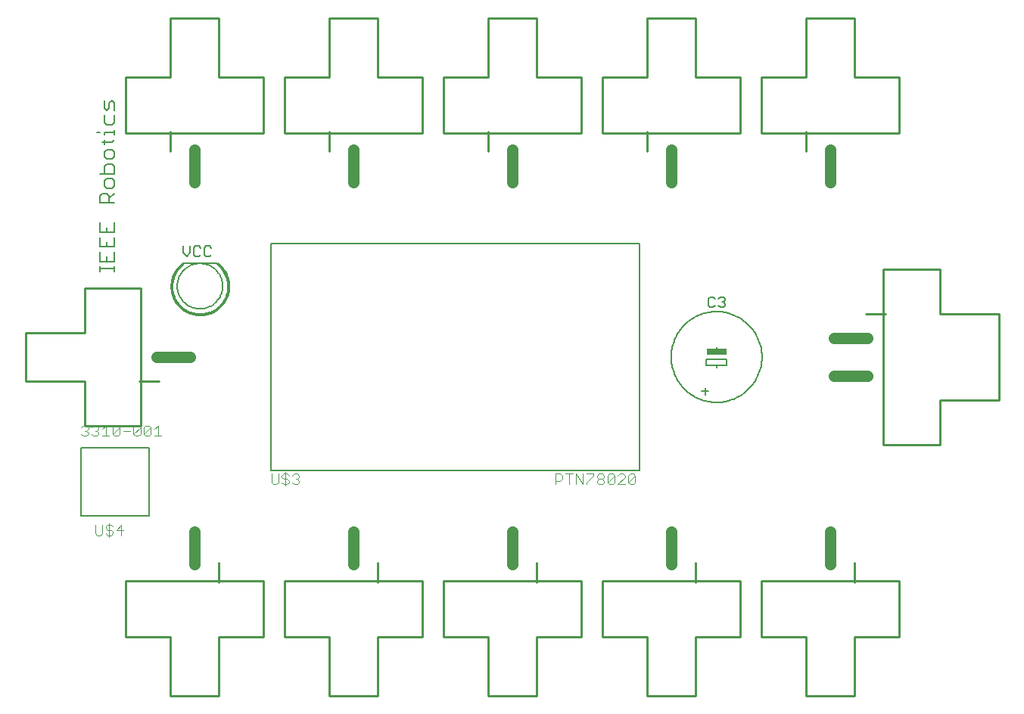
<source format=gto>
G75*
%MOIN*%
%OFA0B0*%
%FSLAX24Y24*%
%IPPOS*%
%LPD*%
%AMOC8*
5,1,8,0,0,1.08239X$1,22.5*
%
%ADD10C,0.0060*%
%ADD11R,0.0900X0.0250*%
%ADD12C,0.0050*%
%ADD13C,0.0080*%
%ADD14C,0.0010*%
%ADD15C,0.0500*%
%ADD16C,0.0100*%
%ADD17C,0.0040*%
D10*
X006833Y018208D02*
X006835Y018271D01*
X006841Y018333D01*
X006851Y018395D01*
X006864Y018457D01*
X006882Y018517D01*
X006903Y018576D01*
X006928Y018634D01*
X006957Y018690D01*
X006989Y018744D01*
X007024Y018796D01*
X007062Y018845D01*
X007104Y018893D01*
X007148Y018937D01*
X007196Y018979D01*
X007245Y019017D01*
X007297Y019052D01*
X007351Y019084D01*
X007407Y019113D01*
X007465Y019138D01*
X007524Y019159D01*
X007584Y019177D01*
X007646Y019190D01*
X007708Y019200D01*
X007770Y019206D01*
X007833Y019208D01*
X007896Y019206D01*
X007958Y019200D01*
X008020Y019190D01*
X008082Y019177D01*
X008142Y019159D01*
X008201Y019138D01*
X008259Y019113D01*
X008315Y019084D01*
X008369Y019052D01*
X008421Y019017D01*
X008470Y018979D01*
X008518Y018937D01*
X008562Y018893D01*
X008604Y018845D01*
X008642Y018796D01*
X008677Y018744D01*
X008709Y018690D01*
X008738Y018634D01*
X008763Y018576D01*
X008784Y018517D01*
X008802Y018457D01*
X008815Y018395D01*
X008825Y018333D01*
X008831Y018271D01*
X008833Y018208D01*
X008831Y018145D01*
X008825Y018083D01*
X008815Y018021D01*
X008802Y017959D01*
X008784Y017899D01*
X008763Y017840D01*
X008738Y017782D01*
X008709Y017726D01*
X008677Y017672D01*
X008642Y017620D01*
X008604Y017571D01*
X008562Y017523D01*
X008518Y017479D01*
X008470Y017437D01*
X008421Y017399D01*
X008369Y017364D01*
X008315Y017332D01*
X008259Y017303D01*
X008201Y017278D01*
X008142Y017257D01*
X008082Y017239D01*
X008020Y017226D01*
X007958Y017216D01*
X007896Y017210D01*
X007833Y017208D01*
X007770Y017210D01*
X007708Y017216D01*
X007646Y017226D01*
X007584Y017239D01*
X007524Y017257D01*
X007465Y017278D01*
X007407Y017303D01*
X007351Y017332D01*
X007297Y017364D01*
X007245Y017399D01*
X007196Y017437D01*
X007148Y017479D01*
X007104Y017523D01*
X007062Y017571D01*
X007024Y017620D01*
X006989Y017672D01*
X006957Y017726D01*
X006928Y017782D01*
X006903Y017840D01*
X006882Y017899D01*
X006864Y017959D01*
X006851Y018021D01*
X006841Y018083D01*
X006835Y018145D01*
X006833Y018208D01*
X004053Y018863D02*
X004053Y019077D01*
X004053Y018970D02*
X003413Y018970D01*
X003413Y018863D02*
X003413Y019077D01*
X003413Y019293D02*
X004053Y019293D01*
X004053Y019720D01*
X004053Y019937D02*
X004053Y020364D01*
X004053Y020582D02*
X004053Y021009D01*
X003733Y020795D02*
X003733Y020582D01*
X003413Y020582D02*
X004053Y020582D01*
X003733Y020151D02*
X003733Y019937D01*
X003413Y019937D02*
X004053Y019937D01*
X003733Y019506D02*
X003733Y019293D01*
X003413Y019293D02*
X003413Y019720D01*
X003413Y019937D02*
X003413Y020364D01*
X003413Y020582D02*
X003413Y021009D01*
X003413Y021871D02*
X003413Y022191D01*
X003519Y022298D01*
X003733Y022298D01*
X003840Y022191D01*
X003840Y021871D01*
X004053Y021871D02*
X003413Y021871D01*
X003840Y022084D02*
X004053Y022298D01*
X003946Y022516D02*
X003733Y022516D01*
X003626Y022622D01*
X003626Y022836D01*
X003733Y022943D01*
X003946Y022943D01*
X004053Y022836D01*
X004053Y022622D01*
X003946Y022516D01*
X004053Y023160D02*
X003413Y023160D01*
X003626Y023160D02*
X003626Y023480D01*
X003733Y023587D01*
X003946Y023587D01*
X004053Y023480D01*
X004053Y023160D01*
X003946Y023805D02*
X003733Y023805D01*
X003626Y023911D01*
X003626Y024125D01*
X003733Y024232D01*
X003946Y024232D01*
X004053Y024125D01*
X004053Y023911D01*
X003946Y023805D01*
X003626Y024449D02*
X003626Y024663D01*
X003519Y024556D02*
X003946Y024556D01*
X004053Y024663D01*
X004053Y024879D02*
X004053Y025092D01*
X004053Y024986D02*
X003626Y024986D01*
X003626Y024879D01*
X003413Y024986D02*
X003306Y024986D01*
X003733Y025309D02*
X003946Y025309D01*
X004053Y025415D01*
X004053Y025736D01*
X004053Y025953D02*
X004053Y026273D01*
X003946Y026380D01*
X003840Y026273D01*
X003840Y026060D01*
X003733Y025953D01*
X003626Y026060D01*
X003626Y026380D01*
X003626Y025736D02*
X003626Y025415D01*
X003733Y025309D01*
X030133Y014983D02*
X030133Y014733D01*
X030583Y014733D01*
X031033Y014733D01*
X031033Y014983D01*
X030133Y014983D01*
X028583Y015083D02*
X028585Y015172D01*
X028591Y015261D01*
X028601Y015350D01*
X028615Y015438D01*
X028632Y015525D01*
X028654Y015611D01*
X028680Y015697D01*
X028709Y015781D01*
X028742Y015864D01*
X028778Y015945D01*
X028819Y016025D01*
X028862Y016102D01*
X028909Y016178D01*
X028960Y016251D01*
X029013Y016322D01*
X029070Y016391D01*
X029130Y016457D01*
X029193Y016521D01*
X029258Y016581D01*
X029326Y016639D01*
X029397Y016693D01*
X029470Y016744D01*
X029545Y016792D01*
X029622Y016837D01*
X029701Y016878D01*
X029782Y016915D01*
X029864Y016949D01*
X029948Y016980D01*
X030033Y017006D01*
X030119Y017029D01*
X030206Y017047D01*
X030294Y017062D01*
X030383Y017073D01*
X030472Y017080D01*
X030561Y017083D01*
X030650Y017082D01*
X030739Y017077D01*
X030827Y017068D01*
X030916Y017055D01*
X031003Y017038D01*
X031090Y017018D01*
X031176Y016993D01*
X031260Y016965D01*
X031343Y016933D01*
X031425Y016897D01*
X031505Y016858D01*
X031583Y016815D01*
X031659Y016769D01*
X031733Y016719D01*
X031805Y016666D01*
X031874Y016610D01*
X031941Y016551D01*
X032005Y016489D01*
X032066Y016425D01*
X032125Y016357D01*
X032180Y016287D01*
X032232Y016215D01*
X032281Y016140D01*
X032326Y016064D01*
X032368Y015985D01*
X032406Y015905D01*
X032441Y015823D01*
X032472Y015739D01*
X032500Y015654D01*
X032523Y015568D01*
X032543Y015481D01*
X032559Y015394D01*
X032571Y015305D01*
X032579Y015217D01*
X032583Y015128D01*
X032583Y015038D01*
X032579Y014949D01*
X032571Y014861D01*
X032559Y014772D01*
X032543Y014685D01*
X032523Y014598D01*
X032500Y014512D01*
X032472Y014427D01*
X032441Y014343D01*
X032406Y014261D01*
X032368Y014181D01*
X032326Y014102D01*
X032281Y014026D01*
X032232Y013951D01*
X032180Y013879D01*
X032125Y013809D01*
X032066Y013741D01*
X032005Y013677D01*
X031941Y013615D01*
X031874Y013556D01*
X031805Y013500D01*
X031733Y013447D01*
X031659Y013397D01*
X031583Y013351D01*
X031505Y013308D01*
X031425Y013269D01*
X031343Y013233D01*
X031260Y013201D01*
X031176Y013173D01*
X031090Y013148D01*
X031003Y013128D01*
X030916Y013111D01*
X030827Y013098D01*
X030739Y013089D01*
X030650Y013084D01*
X030561Y013083D01*
X030472Y013086D01*
X030383Y013093D01*
X030294Y013104D01*
X030206Y013119D01*
X030119Y013137D01*
X030033Y013160D01*
X029948Y013186D01*
X029864Y013217D01*
X029782Y013251D01*
X029701Y013288D01*
X029622Y013329D01*
X029545Y013374D01*
X029470Y013422D01*
X029397Y013473D01*
X029326Y013527D01*
X029258Y013585D01*
X029193Y013645D01*
X029130Y013709D01*
X029070Y013775D01*
X029013Y013844D01*
X028960Y013915D01*
X028909Y013988D01*
X028862Y014064D01*
X028819Y014141D01*
X028778Y014221D01*
X028742Y014302D01*
X028709Y014385D01*
X028680Y014469D01*
X028654Y014555D01*
X028632Y014641D01*
X028615Y014728D01*
X028601Y014816D01*
X028591Y014905D01*
X028585Y014994D01*
X028583Y015083D01*
X030583Y015333D02*
X030583Y015533D01*
X030583Y014733D02*
X030583Y014633D01*
X030083Y013733D02*
X030083Y013433D01*
X029933Y013583D02*
X030233Y013583D01*
D11*
X030583Y015308D03*
D12*
X030437Y017278D02*
X030513Y017353D01*
X030437Y017278D02*
X030287Y017278D01*
X030212Y017353D01*
X030212Y017653D01*
X030287Y017728D01*
X030437Y017728D01*
X030513Y017653D01*
X030673Y017653D02*
X030748Y017728D01*
X030898Y017728D01*
X030973Y017653D01*
X030973Y017578D01*
X030898Y017503D01*
X030973Y017428D01*
X030973Y017353D01*
X030898Y017278D01*
X030748Y017278D01*
X030673Y017353D01*
X030823Y017503D02*
X030898Y017503D01*
X027208Y020083D02*
X010958Y020083D01*
X010958Y010083D01*
X027208Y010083D01*
X027208Y020083D01*
X008323Y019898D02*
X008248Y019973D01*
X008098Y019973D01*
X008023Y019898D01*
X008023Y019598D01*
X008098Y019523D01*
X008248Y019523D01*
X008323Y019598D01*
X007863Y019598D02*
X007787Y019523D01*
X007637Y019523D01*
X007562Y019598D01*
X007562Y019898D01*
X007637Y019973D01*
X007787Y019973D01*
X007863Y019898D01*
X007402Y019973D02*
X007402Y019673D01*
X007252Y019523D01*
X007102Y019673D01*
X007102Y019973D01*
X005583Y011083D02*
X002583Y011083D01*
X002583Y008083D01*
X005583Y008083D01*
X005583Y011083D01*
D13*
X007083Y019208D02*
X008583Y019208D01*
D14*
X007053Y019240D02*
X007107Y019168D01*
X007106Y019169D02*
X007053Y019126D01*
X007002Y019081D01*
X006954Y019032D01*
X006909Y018981D01*
X006866Y018927D01*
X006827Y018871D01*
X006791Y018813D01*
X006758Y018753D01*
X006729Y018692D01*
X006704Y018628D01*
X006682Y018564D01*
X006663Y018498D01*
X006649Y018431D01*
X006638Y018364D01*
X006631Y018296D01*
X006628Y018228D01*
X006629Y018159D01*
X006634Y018091D01*
X006642Y018023D01*
X006655Y017956D01*
X006671Y017890D01*
X006691Y017825D01*
X006714Y017760D01*
X006741Y017698D01*
X006772Y017637D01*
X006806Y017578D01*
X006843Y017520D01*
X006884Y017465D01*
X006928Y017413D01*
X006974Y017363D01*
X007023Y017316D01*
X007075Y017271D01*
X007129Y017230D01*
X007186Y017191D01*
X007245Y017156D01*
X007305Y017125D01*
X007367Y017097D01*
X007431Y017072D01*
X007496Y017051D01*
X007562Y017034D01*
X007629Y017020D01*
X007697Y017011D01*
X007765Y017005D01*
X007833Y017003D01*
X007901Y017005D01*
X007969Y017011D01*
X008037Y017020D01*
X008104Y017034D01*
X008170Y017051D01*
X008235Y017072D01*
X008299Y017097D01*
X008361Y017125D01*
X008421Y017156D01*
X008480Y017191D01*
X008537Y017230D01*
X008591Y017271D01*
X008643Y017316D01*
X008692Y017363D01*
X008738Y017413D01*
X008782Y017465D01*
X008823Y017520D01*
X008860Y017578D01*
X008894Y017637D01*
X008925Y017698D01*
X008952Y017760D01*
X008975Y017825D01*
X008995Y017890D01*
X009011Y017956D01*
X009024Y018023D01*
X009032Y018091D01*
X009037Y018159D01*
X009038Y018228D01*
X009035Y018296D01*
X009028Y018364D01*
X009017Y018431D01*
X009003Y018498D01*
X008984Y018564D01*
X008962Y018628D01*
X008937Y018692D01*
X008908Y018753D01*
X008875Y018813D01*
X008839Y018871D01*
X008800Y018927D01*
X008757Y018981D01*
X008712Y019032D01*
X008664Y019081D01*
X008613Y019126D01*
X008560Y019169D01*
X008613Y019240D01*
X008614Y019241D01*
X008669Y019197D01*
X008722Y019149D01*
X008773Y019099D01*
X008820Y019046D01*
X008864Y018991D01*
X008906Y018933D01*
X008944Y018873D01*
X008979Y018812D01*
X009010Y018748D01*
X009038Y018683D01*
X009062Y018616D01*
X009083Y018548D01*
X009099Y018479D01*
X009112Y018409D01*
X009121Y018339D01*
X009127Y018268D01*
X009128Y018197D01*
X009125Y018126D01*
X009119Y018055D01*
X009109Y017985D01*
X009095Y017916D01*
X009077Y017847D01*
X009055Y017779D01*
X009030Y017713D01*
X009001Y017648D01*
X008968Y017585D01*
X008932Y017524D01*
X008893Y017465D01*
X008851Y017408D01*
X008806Y017353D01*
X008757Y017301D01*
X008706Y017252D01*
X008653Y017205D01*
X008596Y017162D01*
X008538Y017122D01*
X008477Y017085D01*
X008415Y017051D01*
X008351Y017021D01*
X008285Y016994D01*
X008218Y016971D01*
X008149Y016952D01*
X008080Y016937D01*
X008010Y016925D01*
X007939Y016917D01*
X007868Y016913D01*
X007798Y016913D01*
X007727Y016917D01*
X007656Y016925D01*
X007586Y016937D01*
X007517Y016952D01*
X007448Y016971D01*
X007381Y016994D01*
X007315Y017021D01*
X007251Y017051D01*
X007189Y017085D01*
X007128Y017122D01*
X007070Y017162D01*
X007013Y017205D01*
X006960Y017252D01*
X006909Y017301D01*
X006860Y017353D01*
X006815Y017408D01*
X006773Y017465D01*
X006734Y017524D01*
X006698Y017585D01*
X006665Y017648D01*
X006636Y017713D01*
X006611Y017779D01*
X006589Y017847D01*
X006571Y017916D01*
X006557Y017985D01*
X006547Y018055D01*
X006541Y018126D01*
X006538Y018197D01*
X006539Y018268D01*
X006545Y018339D01*
X006554Y018409D01*
X006567Y018479D01*
X006583Y018548D01*
X006604Y018616D01*
X006628Y018683D01*
X006656Y018748D01*
X006687Y018812D01*
X006722Y018873D01*
X006760Y018933D01*
X006802Y018991D01*
X006846Y019046D01*
X006893Y019099D01*
X006944Y019149D01*
X006997Y019197D01*
X007052Y019241D01*
X007057Y019234D01*
X007002Y019189D01*
X006949Y019142D01*
X006898Y019091D01*
X006851Y019038D01*
X006806Y018982D01*
X006765Y018924D01*
X006727Y018864D01*
X006692Y018802D01*
X006661Y018738D01*
X006634Y018672D01*
X006610Y018605D01*
X006590Y018536D01*
X006573Y018467D01*
X006561Y018397D01*
X006552Y018326D01*
X006548Y018255D01*
X006547Y018184D01*
X006551Y018113D01*
X006558Y018042D01*
X006569Y017971D01*
X006584Y017902D01*
X006603Y017833D01*
X006626Y017765D01*
X006652Y017699D01*
X006682Y017634D01*
X006716Y017572D01*
X006752Y017511D01*
X006793Y017452D01*
X006836Y017395D01*
X006883Y017341D01*
X006932Y017290D01*
X006985Y017242D01*
X007039Y017196D01*
X007097Y017154D01*
X007156Y017115D01*
X007218Y017079D01*
X007281Y017046D01*
X007346Y017018D01*
X007413Y016992D01*
X007481Y016971D01*
X007550Y016953D01*
X007620Y016940D01*
X007691Y016930D01*
X007762Y016924D01*
X007833Y016922D01*
X007904Y016924D01*
X007975Y016930D01*
X008046Y016940D01*
X008116Y016953D01*
X008185Y016971D01*
X008253Y016992D01*
X008320Y017018D01*
X008385Y017046D01*
X008448Y017079D01*
X008510Y017115D01*
X008569Y017154D01*
X008627Y017196D01*
X008681Y017242D01*
X008734Y017290D01*
X008783Y017341D01*
X008830Y017395D01*
X008873Y017452D01*
X008914Y017511D01*
X008950Y017572D01*
X008984Y017634D01*
X009014Y017699D01*
X009040Y017765D01*
X009063Y017833D01*
X009082Y017902D01*
X009097Y017971D01*
X009108Y018042D01*
X009115Y018113D01*
X009119Y018184D01*
X009118Y018255D01*
X009114Y018326D01*
X009105Y018397D01*
X009093Y018467D01*
X009076Y018536D01*
X009056Y018605D01*
X009032Y018672D01*
X009005Y018738D01*
X008974Y018802D01*
X008939Y018864D01*
X008901Y018924D01*
X008860Y018982D01*
X008815Y019038D01*
X008768Y019091D01*
X008717Y019142D01*
X008664Y019189D01*
X008609Y019234D01*
X008603Y019227D01*
X008658Y019182D01*
X008711Y019135D01*
X008761Y019085D01*
X008808Y019032D01*
X008852Y018977D01*
X008894Y018919D01*
X008931Y018860D01*
X008966Y018798D01*
X008997Y018734D01*
X009024Y018669D01*
X009048Y018602D01*
X009068Y018534D01*
X009084Y018465D01*
X009096Y018396D01*
X009105Y018325D01*
X009109Y018255D01*
X009110Y018184D01*
X009106Y018113D01*
X009099Y018043D01*
X009088Y017973D01*
X009073Y017904D01*
X009054Y017836D01*
X009032Y017768D01*
X009006Y017703D01*
X008976Y017638D01*
X008943Y017576D01*
X008906Y017516D01*
X008866Y017457D01*
X008823Y017401D01*
X008777Y017347D01*
X008727Y017297D01*
X008676Y017248D01*
X008621Y017203D01*
X008564Y017161D01*
X008505Y017122D01*
X008444Y017087D01*
X008381Y017054D01*
X008316Y017026D01*
X008250Y017001D01*
X008182Y016980D01*
X008114Y016962D01*
X008044Y016949D01*
X007974Y016939D01*
X007904Y016933D01*
X007833Y016931D01*
X007762Y016933D01*
X007692Y016939D01*
X007622Y016949D01*
X007552Y016962D01*
X007484Y016980D01*
X007416Y017001D01*
X007350Y017026D01*
X007285Y017054D01*
X007222Y017087D01*
X007161Y017122D01*
X007102Y017161D01*
X007045Y017203D01*
X006990Y017248D01*
X006939Y017297D01*
X006889Y017347D01*
X006843Y017401D01*
X006800Y017457D01*
X006760Y017516D01*
X006723Y017576D01*
X006690Y017638D01*
X006660Y017703D01*
X006634Y017768D01*
X006612Y017836D01*
X006593Y017904D01*
X006578Y017973D01*
X006567Y018043D01*
X006560Y018113D01*
X006556Y018184D01*
X006557Y018255D01*
X006561Y018325D01*
X006570Y018396D01*
X006582Y018465D01*
X006598Y018534D01*
X006618Y018602D01*
X006642Y018669D01*
X006669Y018734D01*
X006700Y018798D01*
X006735Y018860D01*
X006772Y018919D01*
X006814Y018977D01*
X006858Y019032D01*
X006905Y019085D01*
X006955Y019135D01*
X007008Y019182D01*
X007063Y019227D01*
X007068Y019219D01*
X007013Y019175D01*
X006960Y019127D01*
X006910Y019077D01*
X006862Y019024D01*
X006818Y018968D01*
X006777Y018910D01*
X006740Y018850D01*
X006705Y018788D01*
X006675Y018724D01*
X006648Y018658D01*
X006624Y018591D01*
X006605Y018523D01*
X006589Y018453D01*
X006577Y018383D01*
X006569Y018313D01*
X006565Y018242D01*
X006566Y018171D01*
X006570Y018100D01*
X006578Y018029D01*
X006590Y017959D01*
X006606Y017890D01*
X006625Y017822D01*
X006649Y017754D01*
X006676Y017689D01*
X006707Y017625D01*
X006741Y017563D01*
X006779Y017503D01*
X006821Y017445D01*
X006865Y017389D01*
X006912Y017336D01*
X006963Y017286D01*
X007016Y017239D01*
X007071Y017194D01*
X007129Y017153D01*
X007189Y017116D01*
X007252Y017081D01*
X007316Y017050D01*
X007381Y017023D01*
X007448Y017000D01*
X007517Y016980D01*
X007586Y016964D01*
X007656Y016952D01*
X007727Y016944D01*
X007797Y016940D01*
X007869Y016940D01*
X007939Y016944D01*
X008010Y016952D01*
X008080Y016964D01*
X008149Y016980D01*
X008218Y017000D01*
X008285Y017023D01*
X008350Y017050D01*
X008414Y017081D01*
X008477Y017116D01*
X008537Y017153D01*
X008595Y017194D01*
X008650Y017239D01*
X008703Y017286D01*
X008754Y017336D01*
X008801Y017389D01*
X008845Y017445D01*
X008887Y017503D01*
X008925Y017563D01*
X008959Y017625D01*
X008990Y017689D01*
X009017Y017754D01*
X009041Y017822D01*
X009060Y017890D01*
X009076Y017959D01*
X009088Y018029D01*
X009096Y018100D01*
X009100Y018171D01*
X009101Y018242D01*
X009097Y018313D01*
X009089Y018383D01*
X009077Y018453D01*
X009061Y018523D01*
X009042Y018591D01*
X009018Y018658D01*
X008991Y018724D01*
X008961Y018788D01*
X008926Y018850D01*
X008889Y018910D01*
X008848Y018968D01*
X008804Y019024D01*
X008756Y019077D01*
X008706Y019127D01*
X008653Y019175D01*
X008598Y019219D01*
X008592Y019212D01*
X008647Y019168D01*
X008700Y019121D01*
X008750Y019071D01*
X008797Y019018D01*
X008841Y018963D01*
X008881Y018905D01*
X008919Y018846D01*
X008953Y018784D01*
X008983Y018720D01*
X009010Y018655D01*
X009033Y018588D01*
X009053Y018520D01*
X009068Y018452D01*
X009080Y018382D01*
X009088Y018312D01*
X009092Y018241D01*
X009091Y018171D01*
X009087Y018100D01*
X009079Y018030D01*
X009067Y017961D01*
X009052Y017892D01*
X009032Y017824D01*
X009009Y017758D01*
X008982Y017693D01*
X008951Y017629D01*
X008917Y017567D01*
X008879Y017508D01*
X008838Y017450D01*
X008794Y017395D01*
X008747Y017342D01*
X008697Y017293D01*
X008645Y017246D01*
X008589Y017202D01*
X008532Y017161D01*
X008472Y017123D01*
X008410Y017089D01*
X008347Y017059D01*
X008282Y017032D01*
X008215Y017008D01*
X008147Y016989D01*
X008078Y016973D01*
X008009Y016961D01*
X007939Y016953D01*
X007868Y016949D01*
X007798Y016949D01*
X007727Y016953D01*
X007657Y016961D01*
X007588Y016973D01*
X007519Y016989D01*
X007451Y017008D01*
X007384Y017032D01*
X007319Y017059D01*
X007256Y017089D01*
X007194Y017123D01*
X007134Y017161D01*
X007077Y017202D01*
X007021Y017246D01*
X006969Y017293D01*
X006919Y017342D01*
X006872Y017395D01*
X006828Y017450D01*
X006787Y017508D01*
X006749Y017567D01*
X006715Y017629D01*
X006684Y017693D01*
X006657Y017758D01*
X006634Y017824D01*
X006614Y017892D01*
X006599Y017961D01*
X006587Y018030D01*
X006579Y018100D01*
X006575Y018171D01*
X006574Y018241D01*
X006578Y018312D01*
X006586Y018382D01*
X006598Y018452D01*
X006613Y018520D01*
X006633Y018588D01*
X006656Y018655D01*
X006683Y018720D01*
X006713Y018784D01*
X006747Y018846D01*
X006785Y018905D01*
X006825Y018963D01*
X006869Y019018D01*
X006916Y019071D01*
X006966Y019121D01*
X007019Y019168D01*
X007074Y019212D01*
X007079Y019205D01*
X007024Y019161D01*
X006972Y019114D01*
X006923Y019065D01*
X006876Y019012D01*
X006833Y018958D01*
X006792Y018900D01*
X006755Y018841D01*
X006721Y018780D01*
X006691Y018716D01*
X006664Y018652D01*
X006641Y018585D01*
X006622Y018518D01*
X006607Y018450D01*
X006595Y018381D01*
X006587Y018311D01*
X006583Y018241D01*
X006584Y018171D01*
X006588Y018101D01*
X006596Y018032D01*
X006607Y017963D01*
X006623Y017894D01*
X006642Y017827D01*
X006666Y017761D01*
X006693Y017696D01*
X006723Y017633D01*
X006757Y017572D01*
X006794Y017513D01*
X006835Y017455D01*
X006879Y017401D01*
X006925Y017349D01*
X006975Y017299D01*
X007027Y017252D01*
X007082Y017209D01*
X007139Y017168D01*
X007198Y017131D01*
X007260Y017097D01*
X007323Y017067D01*
X007388Y017040D01*
X007454Y017017D01*
X007521Y016998D01*
X007589Y016982D01*
X007658Y016970D01*
X007728Y016962D01*
X007798Y016958D01*
X007868Y016958D01*
X007938Y016962D01*
X008008Y016970D01*
X008077Y016982D01*
X008145Y016998D01*
X008212Y017017D01*
X008278Y017040D01*
X008343Y017067D01*
X008406Y017097D01*
X008468Y017131D01*
X008527Y017168D01*
X008584Y017209D01*
X008639Y017252D01*
X008691Y017299D01*
X008741Y017349D01*
X008787Y017401D01*
X008831Y017455D01*
X008872Y017513D01*
X008909Y017572D01*
X008943Y017633D01*
X008973Y017696D01*
X009000Y017761D01*
X009024Y017827D01*
X009043Y017894D01*
X009059Y017963D01*
X009070Y018032D01*
X009078Y018101D01*
X009082Y018171D01*
X009083Y018241D01*
X009079Y018311D01*
X009071Y018381D01*
X009059Y018450D01*
X009044Y018518D01*
X009025Y018585D01*
X009002Y018652D01*
X008975Y018716D01*
X008945Y018780D01*
X008911Y018841D01*
X008874Y018900D01*
X008833Y018958D01*
X008790Y019012D01*
X008743Y019065D01*
X008694Y019114D01*
X008642Y019161D01*
X008587Y019205D01*
X008582Y019198D01*
X008636Y019154D01*
X008688Y019108D01*
X008737Y019059D01*
X008783Y019007D01*
X008826Y018952D01*
X008866Y018895D01*
X008903Y018836D01*
X008937Y018775D01*
X008967Y018713D01*
X008993Y018648D01*
X009016Y018583D01*
X009035Y018516D01*
X009051Y018448D01*
X009062Y018379D01*
X009070Y018310D01*
X009074Y018241D01*
X009073Y018171D01*
X009069Y018102D01*
X009062Y018033D01*
X009050Y017964D01*
X009034Y017897D01*
X009015Y017830D01*
X008992Y017764D01*
X008965Y017700D01*
X008935Y017637D01*
X008901Y017576D01*
X008864Y017518D01*
X008824Y017461D01*
X008781Y017407D01*
X008734Y017355D01*
X008685Y017306D01*
X008633Y017259D01*
X008579Y017216D01*
X008522Y017176D01*
X008463Y017139D01*
X008402Y017105D01*
X008339Y017075D01*
X008275Y017048D01*
X008210Y017025D01*
X008143Y017006D01*
X008075Y016991D01*
X008006Y016979D01*
X007937Y016971D01*
X007868Y016967D01*
X007798Y016967D01*
X007729Y016971D01*
X007660Y016979D01*
X007591Y016991D01*
X007523Y017006D01*
X007456Y017025D01*
X007391Y017048D01*
X007327Y017075D01*
X007264Y017105D01*
X007203Y017139D01*
X007144Y017176D01*
X007087Y017216D01*
X007033Y017259D01*
X006981Y017306D01*
X006932Y017355D01*
X006885Y017407D01*
X006842Y017461D01*
X006802Y017518D01*
X006765Y017576D01*
X006731Y017637D01*
X006701Y017700D01*
X006674Y017764D01*
X006651Y017830D01*
X006632Y017897D01*
X006616Y017964D01*
X006604Y018033D01*
X006597Y018102D01*
X006593Y018171D01*
X006592Y018241D01*
X006596Y018310D01*
X006604Y018379D01*
X006615Y018448D01*
X006631Y018516D01*
X006650Y018583D01*
X006673Y018648D01*
X006699Y018713D01*
X006729Y018775D01*
X006763Y018836D01*
X006800Y018895D01*
X006840Y018952D01*
X006883Y019007D01*
X006929Y019059D01*
X006978Y019108D01*
X007030Y019154D01*
X007084Y019198D01*
X007090Y019191D01*
X007036Y019147D01*
X006985Y019101D01*
X006936Y019052D01*
X006890Y019001D01*
X006847Y018947D01*
X006807Y018890D01*
X006771Y018832D01*
X006737Y018771D01*
X006707Y018709D01*
X006681Y018645D01*
X006659Y018580D01*
X006640Y018514D01*
X006624Y018446D01*
X006613Y018378D01*
X006605Y018310D01*
X006601Y018241D01*
X006602Y018172D01*
X006606Y018103D01*
X006613Y018034D01*
X006625Y017966D01*
X006640Y017899D01*
X006660Y017832D01*
X006683Y017767D01*
X006709Y017704D01*
X006739Y017641D01*
X006772Y017581D01*
X006809Y017523D01*
X006849Y017466D01*
X006892Y017412D01*
X006938Y017361D01*
X006987Y017312D01*
X007039Y017266D01*
X007093Y017223D01*
X007149Y017183D01*
X007208Y017147D01*
X007268Y017113D01*
X007330Y017083D01*
X007394Y017057D01*
X007459Y017034D01*
X007526Y017015D01*
X007593Y017000D01*
X007661Y016988D01*
X007730Y016980D01*
X007798Y016976D01*
X007868Y016976D01*
X007936Y016980D01*
X008005Y016988D01*
X008073Y017000D01*
X008140Y017015D01*
X008207Y017034D01*
X008272Y017057D01*
X008336Y017083D01*
X008398Y017113D01*
X008458Y017147D01*
X008517Y017183D01*
X008573Y017223D01*
X008627Y017266D01*
X008679Y017312D01*
X008728Y017361D01*
X008774Y017412D01*
X008817Y017466D01*
X008857Y017523D01*
X008894Y017581D01*
X008927Y017641D01*
X008957Y017704D01*
X008983Y017767D01*
X009006Y017832D01*
X009026Y017899D01*
X009041Y017966D01*
X009053Y018034D01*
X009060Y018103D01*
X009064Y018172D01*
X009065Y018241D01*
X009061Y018310D01*
X009053Y018378D01*
X009042Y018446D01*
X009026Y018514D01*
X009007Y018580D01*
X008985Y018645D01*
X008959Y018709D01*
X008929Y018771D01*
X008895Y018832D01*
X008859Y018890D01*
X008819Y018947D01*
X008776Y019001D01*
X008730Y019052D01*
X008681Y019101D01*
X008630Y019147D01*
X008576Y019191D01*
X008571Y019183D01*
X008625Y019140D01*
X008676Y019094D01*
X008725Y019044D01*
X008771Y018993D01*
X008814Y018938D01*
X008854Y018881D01*
X008890Y018823D01*
X008924Y018762D01*
X008953Y018699D01*
X008979Y018635D01*
X009001Y018569D01*
X009020Y018502D01*
X009035Y018435D01*
X009046Y018366D01*
X009053Y018297D01*
X009056Y018228D01*
X009055Y018159D01*
X009050Y018089D01*
X009042Y018021D01*
X009029Y017953D01*
X009013Y017885D01*
X008992Y017819D01*
X008969Y017754D01*
X008941Y017690D01*
X008910Y017628D01*
X008875Y017568D01*
X008837Y017510D01*
X008796Y017454D01*
X008752Y017401D01*
X008705Y017350D01*
X008655Y017302D01*
X008602Y017257D01*
X008547Y017215D01*
X008490Y017176D01*
X008430Y017141D01*
X008369Y017109D01*
X008306Y017080D01*
X008241Y017055D01*
X008175Y017034D01*
X008108Y017016D01*
X008040Y017003D01*
X007971Y016993D01*
X007902Y016987D01*
X007833Y016985D01*
X007764Y016987D01*
X007695Y016993D01*
X007626Y017003D01*
X007558Y017016D01*
X007491Y017034D01*
X007425Y017055D01*
X007360Y017080D01*
X007297Y017109D01*
X007236Y017141D01*
X007176Y017176D01*
X007119Y017215D01*
X007064Y017257D01*
X007011Y017302D01*
X006961Y017350D01*
X006914Y017401D01*
X006870Y017454D01*
X006829Y017510D01*
X006791Y017568D01*
X006756Y017628D01*
X006725Y017690D01*
X006697Y017754D01*
X006674Y017819D01*
X006653Y017885D01*
X006637Y017953D01*
X006624Y018021D01*
X006616Y018089D01*
X006611Y018159D01*
X006610Y018228D01*
X006613Y018297D01*
X006620Y018366D01*
X006631Y018435D01*
X006646Y018502D01*
X006665Y018569D01*
X006687Y018635D01*
X006713Y018699D01*
X006742Y018762D01*
X006776Y018823D01*
X006812Y018881D01*
X006852Y018938D01*
X006895Y018993D01*
X006941Y019044D01*
X006990Y019094D01*
X007041Y019140D01*
X007095Y019183D01*
X007101Y019176D01*
X007047Y019133D01*
X006996Y019087D01*
X006947Y019038D01*
X006902Y018987D01*
X006859Y018933D01*
X006820Y018876D01*
X006783Y018818D01*
X006750Y018758D01*
X006721Y018695D01*
X006695Y018632D01*
X006673Y018566D01*
X006655Y018500D01*
X006640Y018433D01*
X006629Y018365D01*
X006622Y018296D01*
X006619Y018228D01*
X006620Y018159D01*
X006625Y018090D01*
X006633Y018022D01*
X006646Y017954D01*
X006662Y017888D01*
X006682Y017822D01*
X006706Y017757D01*
X006733Y017694D01*
X006764Y017633D01*
X006798Y017573D01*
X006836Y017515D01*
X006877Y017460D01*
X006921Y017407D01*
X006968Y017357D01*
X007017Y017309D01*
X007069Y017264D01*
X007124Y017222D01*
X007181Y017184D01*
X007240Y017149D01*
X007301Y017117D01*
X007364Y017088D01*
X007428Y017064D01*
X007494Y017042D01*
X007560Y017025D01*
X007628Y017012D01*
X007696Y017002D01*
X007764Y016996D01*
X007833Y016994D01*
X007902Y016996D01*
X007970Y017002D01*
X008038Y017012D01*
X008106Y017025D01*
X008172Y017042D01*
X008238Y017064D01*
X008302Y017088D01*
X008365Y017117D01*
X008426Y017149D01*
X008485Y017184D01*
X008542Y017222D01*
X008597Y017264D01*
X008649Y017309D01*
X008698Y017357D01*
X008745Y017407D01*
X008789Y017460D01*
X008830Y017515D01*
X008868Y017573D01*
X008902Y017633D01*
X008933Y017694D01*
X008960Y017757D01*
X008984Y017822D01*
X009004Y017888D01*
X009020Y017954D01*
X009033Y018022D01*
X009041Y018090D01*
X009046Y018159D01*
X009047Y018228D01*
X009044Y018296D01*
X009037Y018365D01*
X009026Y018433D01*
X009011Y018500D01*
X008993Y018566D01*
X008971Y018632D01*
X008945Y018695D01*
X008916Y018758D01*
X008883Y018818D01*
X008846Y018876D01*
X008807Y018933D01*
X008764Y018987D01*
X008719Y019038D01*
X008670Y019087D01*
X008619Y019133D01*
X008565Y019176D01*
D15*
X007583Y022772D02*
X007583Y024229D01*
X014583Y024229D02*
X014583Y022772D01*
X021583Y022772D02*
X021583Y024229D01*
X028583Y024229D02*
X028583Y022772D01*
X035583Y022772D02*
X035583Y024229D01*
X035772Y015910D02*
X037229Y015910D01*
X037229Y014256D02*
X035772Y014256D01*
X035583Y007394D02*
X035583Y005937D01*
X028583Y005937D02*
X028583Y007394D01*
X021583Y007394D02*
X021583Y005937D01*
X014583Y005937D02*
X014583Y007394D01*
X007583Y007394D02*
X007583Y005937D01*
X007394Y015083D02*
X005937Y015083D01*
D16*
X006520Y002748D02*
X004552Y002748D01*
X004552Y005229D01*
X010615Y005229D01*
X010615Y002748D01*
X008646Y002748D01*
X008646Y000150D01*
X006520Y000150D01*
X006520Y002748D01*
X008646Y005150D02*
X008646Y006016D01*
X011552Y005229D02*
X017615Y005229D01*
X017615Y002748D01*
X015646Y002748D01*
X015646Y000150D01*
X013520Y000150D01*
X013520Y002748D01*
X011552Y002748D01*
X011552Y005229D01*
X015646Y005150D02*
X015646Y006016D01*
X018552Y005229D02*
X024615Y005229D01*
X024615Y002748D01*
X022646Y002748D01*
X022646Y000150D01*
X020520Y000150D01*
X020520Y002748D01*
X018552Y002748D01*
X018552Y005229D01*
X022646Y005150D02*
X022646Y006016D01*
X025552Y005229D02*
X031615Y005229D01*
X031615Y002748D01*
X029646Y002748D01*
X029646Y000150D01*
X027520Y000150D01*
X027520Y002748D01*
X025552Y002748D01*
X025552Y005229D01*
X029646Y005150D02*
X029646Y006016D01*
X032552Y005229D02*
X038615Y005229D01*
X038615Y002748D01*
X036646Y002748D01*
X036646Y000150D01*
X034520Y000150D01*
X034520Y002748D01*
X032552Y002748D01*
X032552Y005229D01*
X036646Y005150D02*
X036646Y006016D01*
X037937Y011225D02*
X037937Y018941D01*
X040418Y018941D01*
X040418Y016973D01*
X043016Y016973D01*
X043016Y013193D01*
X040418Y013193D01*
X040418Y011225D01*
X037937Y011225D01*
X038016Y016973D02*
X037150Y016973D01*
X034520Y024150D02*
X034520Y025016D01*
X032552Y024937D02*
X038615Y024937D01*
X038615Y027418D01*
X036646Y027418D01*
X036646Y030016D01*
X034520Y030016D01*
X034520Y027418D01*
X032552Y027418D01*
X032552Y024937D01*
X031615Y024937D02*
X025552Y024937D01*
X025552Y027418D01*
X027520Y027418D01*
X027520Y030016D01*
X029646Y030016D01*
X029646Y027418D01*
X031615Y027418D01*
X031615Y024937D01*
X027520Y025016D02*
X027520Y024150D01*
X024615Y024937D02*
X018552Y024937D01*
X018552Y027418D01*
X020520Y027418D01*
X020520Y030016D01*
X022646Y030016D01*
X022646Y027418D01*
X024615Y027418D01*
X024615Y024937D01*
X020520Y025016D02*
X020520Y024150D01*
X017615Y024937D02*
X011552Y024937D01*
X011552Y027418D01*
X013520Y027418D01*
X013520Y030016D01*
X015646Y030016D01*
X015646Y027418D01*
X017615Y027418D01*
X017615Y024937D01*
X013520Y025016D02*
X013520Y024150D01*
X010615Y024937D02*
X004552Y024937D01*
X004552Y027418D01*
X006520Y027418D01*
X006520Y030016D01*
X008646Y030016D01*
X008646Y027418D01*
X010615Y027418D01*
X010615Y024937D01*
X006520Y025016D02*
X006520Y024150D01*
X005229Y018115D02*
X002748Y018115D01*
X002748Y016146D01*
X000150Y016146D01*
X000150Y014020D01*
X002748Y014020D01*
X002748Y012052D01*
X005229Y012052D01*
X005229Y018115D01*
X005150Y014020D02*
X006016Y014020D01*
D17*
X005979Y012063D02*
X005979Y011603D01*
X005826Y011603D02*
X006133Y011603D01*
X005826Y011910D02*
X005979Y012063D01*
X005672Y011987D02*
X005365Y011680D01*
X005442Y011603D01*
X005596Y011603D01*
X005672Y011680D01*
X005672Y011987D01*
X005596Y012063D01*
X005442Y012063D01*
X005365Y011987D01*
X005365Y011680D01*
X005212Y011680D02*
X005135Y011603D01*
X004982Y011603D01*
X004905Y011680D01*
X005212Y011987D01*
X005212Y011680D01*
X005212Y011987D02*
X005135Y012063D01*
X004982Y012063D01*
X004905Y011987D01*
X004905Y011680D01*
X004752Y011833D02*
X004445Y011833D01*
X004291Y011680D02*
X004214Y011603D01*
X004061Y011603D01*
X003984Y011680D01*
X004291Y011987D01*
X004291Y011680D01*
X004291Y011987D02*
X004214Y012063D01*
X004061Y012063D01*
X003984Y011987D01*
X003984Y011680D01*
X003831Y011603D02*
X003524Y011603D01*
X003677Y011603D02*
X003677Y012063D01*
X003524Y011910D01*
X003370Y011910D02*
X003294Y011833D01*
X003370Y011757D01*
X003370Y011680D01*
X003294Y011603D01*
X003140Y011603D01*
X003063Y011680D01*
X002910Y011680D02*
X002833Y011603D01*
X002680Y011603D01*
X002603Y011680D01*
X002757Y011833D02*
X002833Y011833D01*
X002910Y011757D01*
X002910Y011680D01*
X002833Y011833D02*
X002910Y011910D01*
X002910Y011987D01*
X002833Y012063D01*
X002680Y012063D01*
X002603Y011987D01*
X003063Y011987D02*
X003140Y012063D01*
X003294Y012063D01*
X003370Y011987D01*
X003370Y011910D01*
X003294Y011833D02*
X003217Y011833D01*
X003836Y007765D02*
X003836Y007151D01*
X003759Y007228D02*
X003912Y007228D01*
X003989Y007305D01*
X003989Y007382D01*
X003912Y007458D01*
X003759Y007458D01*
X003682Y007535D01*
X003682Y007612D01*
X003759Y007688D01*
X003912Y007688D01*
X003989Y007612D01*
X004143Y007458D02*
X004450Y007458D01*
X004373Y007228D02*
X004373Y007688D01*
X004143Y007458D01*
X003759Y007228D02*
X003682Y007305D01*
X003529Y007305D02*
X003529Y007688D01*
X003222Y007688D02*
X003222Y007305D01*
X003299Y007228D01*
X003452Y007228D01*
X003529Y007305D01*
X010978Y009555D02*
X011055Y009478D01*
X011208Y009478D01*
X011285Y009555D01*
X011285Y009938D01*
X011438Y009862D02*
X011515Y009938D01*
X011669Y009938D01*
X011745Y009862D01*
X011899Y009862D02*
X011976Y009938D01*
X012129Y009938D01*
X012206Y009862D01*
X012206Y009785D01*
X012129Y009708D01*
X012206Y009632D01*
X012206Y009555D01*
X012129Y009478D01*
X011976Y009478D01*
X011899Y009555D01*
X011745Y009555D02*
X011745Y009632D01*
X011669Y009708D01*
X011515Y009708D01*
X011438Y009785D01*
X011438Y009862D01*
X011592Y010015D02*
X011592Y009401D01*
X011515Y009478D02*
X011669Y009478D01*
X011745Y009555D01*
X011515Y009478D02*
X011438Y009555D01*
X010978Y009555D02*
X010978Y009938D01*
X012052Y009708D02*
X012129Y009708D01*
X023478Y009632D02*
X023708Y009632D01*
X023785Y009708D01*
X023785Y009862D01*
X023708Y009938D01*
X023478Y009938D01*
X023478Y009478D01*
X024092Y009478D02*
X024092Y009938D01*
X024245Y009938D02*
X023938Y009938D01*
X024399Y009938D02*
X024399Y009478D01*
X024706Y009478D02*
X024399Y009938D01*
X024706Y009938D02*
X024706Y009478D01*
X024859Y009478D02*
X024859Y009555D01*
X025166Y009862D01*
X025166Y009938D01*
X024859Y009938D01*
X025320Y009862D02*
X025320Y009785D01*
X025396Y009708D01*
X025550Y009708D01*
X025627Y009632D01*
X025627Y009555D01*
X025550Y009478D01*
X025396Y009478D01*
X025320Y009555D01*
X025320Y009632D01*
X025396Y009708D01*
X025550Y009708D02*
X025627Y009785D01*
X025627Y009862D01*
X025550Y009938D01*
X025396Y009938D01*
X025320Y009862D01*
X025780Y009862D02*
X025780Y009555D01*
X026087Y009862D01*
X026087Y009555D01*
X026010Y009478D01*
X025857Y009478D01*
X025780Y009555D01*
X025780Y009862D02*
X025857Y009938D01*
X026010Y009938D01*
X026087Y009862D01*
X026240Y009862D02*
X026317Y009938D01*
X026471Y009938D01*
X026547Y009862D01*
X026547Y009785D01*
X026240Y009478D01*
X026547Y009478D01*
X026701Y009555D02*
X027008Y009862D01*
X027008Y009555D01*
X026931Y009478D01*
X026778Y009478D01*
X026701Y009555D01*
X026701Y009862D01*
X026778Y009938D01*
X026931Y009938D01*
X027008Y009862D01*
M02*

</source>
